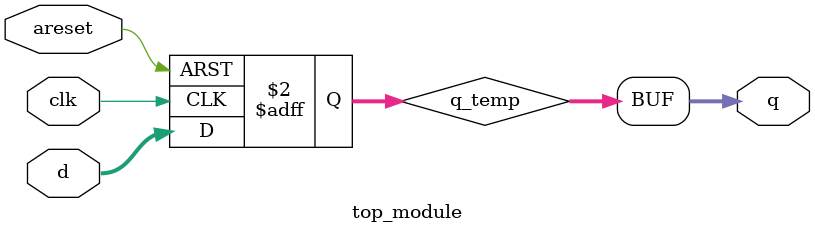
<source format=sv>
module top_module (
		input clk,
		input [7:0] d,
		input areset,
		output reg [7:0] q
	);
	
	reg [7:0] q_temp;
	
	always @(posedge clk or posedge areset) begin
		if (areset) begin
			q_temp <= 8'b0;
		end else begin
			q_temp <= d;
		end
	end
	
	assign q = q_temp;
	
endmodule

</source>
